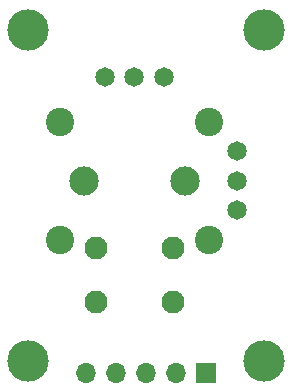
<source format=gbr>
%TF.GenerationSoftware,KiCad,Pcbnew,(6.0.1)*%
%TF.CreationDate,2022-03-21T11:35:37+08:00*%
%TF.ProjectId,Joystick_Board,4a6f7973-7469-4636-9b5f-426f6172642e,rev?*%
%TF.SameCoordinates,Original*%
%TF.FileFunction,Soldermask,Top*%
%TF.FilePolarity,Negative*%
%FSLAX46Y46*%
G04 Gerber Fmt 4.6, Leading zero omitted, Abs format (unit mm)*
G04 Created by KiCad (PCBNEW (6.0.1)) date 2022-03-21 11:35:37*
%MOMM*%
%LPD*%
G01*
G04 APERTURE LIST*
%ADD10C,1.950000*%
%ADD11C,1.650000*%
%ADD12C,2.400000*%
%ADD13C,2.475000*%
%ADD14R,1.700000X1.700000*%
%ADD15O,1.700000X1.700000*%
%ADD16C,3.500000*%
G04 APERTURE END LIST*
D10*
%TO.C,S1*%
X142782000Y-94990000D03*
D11*
X154762000Y-91740000D03*
X154762000Y-89240000D03*
X154762000Y-86740000D03*
D10*
X142782000Y-99490000D03*
D11*
X148532000Y-80510000D03*
X146032000Y-80510000D03*
X143532000Y-80510000D03*
D10*
X149282000Y-94990000D03*
X149282000Y-99490000D03*
D12*
X139707000Y-94240000D03*
X139707000Y-84240000D03*
X152357000Y-94240000D03*
X152357000Y-84240000D03*
D13*
X141732000Y-89240000D03*
X150332000Y-89240000D03*
%TD*%
D14*
%TO.C,J1*%
X152075000Y-105500000D03*
D15*
X149535000Y-105500000D03*
X146995000Y-105500000D03*
X144455000Y-105500000D03*
X141915000Y-105500000D03*
%TD*%
D16*
%TO.C,*%
X157000000Y-104500000D03*
%TD*%
%TO.C,*%
X137000000Y-76500000D03*
%TD*%
%TO.C,U4*%
X137000000Y-104500000D03*
%TD*%
%TO.C,*%
X157000000Y-76500000D03*
%TD*%
M02*

</source>
